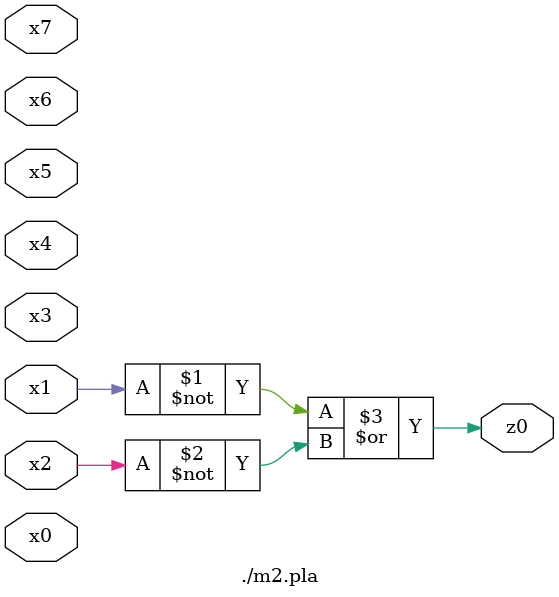
<source format=v>

module \./m2.pla  ( 
    x0, x1, x2, x3, x4, x5, x6, x7,
    z0  );
  input  x0, x1, x2, x3, x4, x5, x6, x7;
  output z0;
  assign z0 = ~x1 | ~x2;
endmodule



</source>
